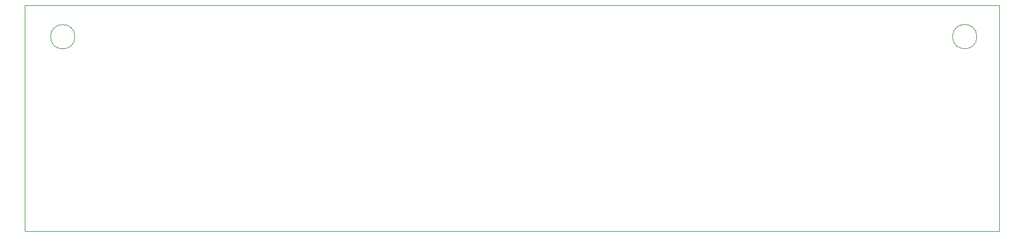
<source format=gbr>
%TF.GenerationSoftware,KiCad,Pcbnew,8.0.8+dfsg-1*%
%TF.CreationDate,2025-04-05T15:10:43-07:00*%
%TF.ProjectId,TSSI,54535349-2e6b-4696-9361-645f70636258,rev?*%
%TF.SameCoordinates,Original*%
%TF.FileFunction,Profile,NP*%
%FSLAX46Y46*%
G04 Gerber Fmt 4.6, Leading zero omitted, Abs format (unit mm)*
G04 Created by KiCad (PCBNEW 8.0.8+dfsg-1) date 2025-04-05 15:10:43*
%MOMM*%
%LPD*%
G01*
G04 APERTURE LIST*
%TA.AperFunction,Profile*%
%ADD10C,0.050000*%
%TD*%
%TA.AperFunction,Profile*%
%ADD11C,0.100000*%
%TD*%
G04 APERTURE END LIST*
D10*
X73250000Y-90750000D02*
X213250000Y-90750000D01*
X213250000Y-123250000D01*
X73250000Y-123250000D01*
X73250000Y-90750000D01*
D11*
X80480000Y-95250000D02*
G75*
G02*
X76980000Y-95250000I-1750000J0D01*
G01*
X76980000Y-95250000D02*
G75*
G02*
X80480000Y-95250000I1750000J0D01*
G01*
X210020000Y-95240000D02*
G75*
G02*
X206520000Y-95240000I-1750000J0D01*
G01*
X206520000Y-95240000D02*
G75*
G02*
X210020000Y-95240000I1750000J0D01*
G01*
M02*

</source>
